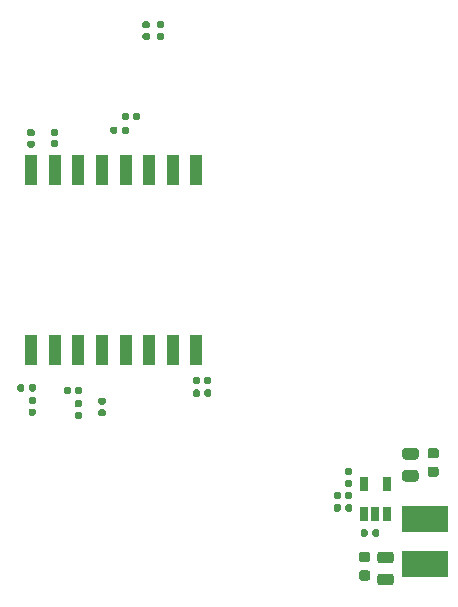
<source format=gtp>
G04 #@! TF.GenerationSoftware,KiCad,Pcbnew,(5.1.10)-1*
G04 #@! TF.CreationDate,2021-11-22T18:42:53+05:30*
G04 #@! TF.ProjectId,P-1000072_Cicada Wi-Fi,502d3130-3030-4303-9732-5f4369636164,0.1*
G04 #@! TF.SameCoordinates,PX7cee6c0PY3dfd240*
G04 #@! TF.FileFunction,Paste,Top*
G04 #@! TF.FilePolarity,Positive*
%FSLAX46Y46*%
G04 Gerber Fmt 4.6, Leading zero omitted, Abs format (unit mm)*
G04 Created by KiCad (PCBNEW (5.1.10)-1) date 2021-11-22 18:42:53*
%MOMM*%
%LPD*%
G01*
G04 APERTURE LIST*
%ADD10R,1.100000X2.600000*%
%ADD11R,3.900000X2.200000*%
%ADD12R,0.650000X1.220000*%
G04 APERTURE END LIST*
D10*
X-14220000Y-17110000D03*
X-12220000Y-17110000D03*
X-6220000Y-17110000D03*
X-4220000Y-32310000D03*
X-4220000Y-17110000D03*
X-2220000Y-32310000D03*
X-12220000Y-32310000D03*
X-16220000Y-17110000D03*
X-8220000Y-32310000D03*
X-10220000Y-17110000D03*
X-8220000Y-17110000D03*
X-6220000Y-32310000D03*
X-10220000Y-32310000D03*
X-2220000Y-17110000D03*
X-14220000Y-32310000D03*
X-16220000Y-32310000D03*
G36*
G01*
X-16413260Y-14581500D02*
X-16068260Y-14581500D01*
G75*
G02*
X-15920760Y-14729000I0J-147500D01*
G01*
X-15920760Y-15024000D01*
G75*
G02*
X-16068260Y-15171500I-147500J0D01*
G01*
X-16413260Y-15171500D01*
G75*
G02*
X-16560760Y-15024000I0J147500D01*
G01*
X-16560760Y-14729000D01*
G75*
G02*
X-16413260Y-14581500I147500J0D01*
G01*
G37*
G36*
G01*
X-16413260Y-13611500D02*
X-16068260Y-13611500D01*
G75*
G02*
X-15920760Y-13759000I0J-147500D01*
G01*
X-15920760Y-14054000D01*
G75*
G02*
X-16068260Y-14201500I-147500J0D01*
G01*
X-16413260Y-14201500D01*
G75*
G02*
X-16560760Y-14054000I0J147500D01*
G01*
X-16560760Y-13759000D01*
G75*
G02*
X-16413260Y-13611500I147500J0D01*
G01*
G37*
G36*
G01*
X-14424440Y-14546220D02*
X-14079440Y-14546220D01*
G75*
G02*
X-13931940Y-14693720I0J-147500D01*
G01*
X-13931940Y-14988720D01*
G75*
G02*
X-14079440Y-15136220I-147500J0D01*
G01*
X-14424440Y-15136220D01*
G75*
G02*
X-14571940Y-14988720I0J147500D01*
G01*
X-14571940Y-14693720D01*
G75*
G02*
X-14424440Y-14546220I147500J0D01*
G01*
G37*
G36*
G01*
X-14424440Y-13576220D02*
X-14079440Y-13576220D01*
G75*
G02*
X-13931940Y-13723720I0J-147500D01*
G01*
X-13931940Y-14018720D01*
G75*
G02*
X-14079440Y-14166220I-147500J0D01*
G01*
X-14424440Y-14166220D01*
G75*
G02*
X-14571940Y-14018720I0J147500D01*
G01*
X-14571940Y-13723720D01*
G75*
G02*
X-14424440Y-13576220I147500J0D01*
G01*
G37*
G36*
G01*
X-10390920Y-37322120D02*
X-10045920Y-37322120D01*
G75*
G02*
X-9898420Y-37469620I0J-147500D01*
G01*
X-9898420Y-37764620D01*
G75*
G02*
X-10045920Y-37912120I-147500J0D01*
G01*
X-10390920Y-37912120D01*
G75*
G02*
X-10538420Y-37764620I0J147500D01*
G01*
X-10538420Y-37469620D01*
G75*
G02*
X-10390920Y-37322120I147500J0D01*
G01*
G37*
G36*
G01*
X-10390920Y-36352120D02*
X-10045920Y-36352120D01*
G75*
G02*
X-9898420Y-36499620I0J-147500D01*
G01*
X-9898420Y-36794620D01*
G75*
G02*
X-10045920Y-36942120I-147500J0D01*
G01*
X-10390920Y-36942120D01*
G75*
G02*
X-10538420Y-36794620I0J147500D01*
G01*
X-10538420Y-36499620D01*
G75*
G02*
X-10390920Y-36352120I147500J0D01*
G01*
G37*
G36*
G01*
X-7944480Y-12375100D02*
X-7944480Y-12720100D01*
G75*
G02*
X-8091980Y-12867600I-147500J0D01*
G01*
X-8386980Y-12867600D01*
G75*
G02*
X-8534480Y-12720100I0J147500D01*
G01*
X-8534480Y-12375100D01*
G75*
G02*
X-8386980Y-12227600I147500J0D01*
G01*
X-8091980Y-12227600D01*
G75*
G02*
X-7944480Y-12375100I0J-147500D01*
G01*
G37*
G36*
G01*
X-6974480Y-12375100D02*
X-6974480Y-12720100D01*
G75*
G02*
X-7121980Y-12867600I-147500J0D01*
G01*
X-7416980Y-12867600D01*
G75*
G02*
X-7564480Y-12720100I0J147500D01*
G01*
X-7564480Y-12375100D01*
G75*
G02*
X-7416980Y-12227600I147500J0D01*
G01*
X-7121980Y-12227600D01*
G75*
G02*
X-6974480Y-12375100I0J-147500D01*
G01*
G37*
G36*
G01*
X-15948880Y-36899220D02*
X-16293880Y-36899220D01*
G75*
G02*
X-16441380Y-36751720I0J147500D01*
G01*
X-16441380Y-36456720D01*
G75*
G02*
X-16293880Y-36309220I147500J0D01*
G01*
X-15948880Y-36309220D01*
G75*
G02*
X-15801380Y-36456720I0J-147500D01*
G01*
X-15801380Y-36751720D01*
G75*
G02*
X-15948880Y-36899220I-147500J0D01*
G01*
G37*
G36*
G01*
X-15948880Y-37869220D02*
X-16293880Y-37869220D01*
G75*
G02*
X-16441380Y-37721720I0J147500D01*
G01*
X-16441380Y-37426720D01*
G75*
G02*
X-16293880Y-37279220I147500J0D01*
G01*
X-15948880Y-37279220D01*
G75*
G02*
X-15801380Y-37426720I0J-147500D01*
G01*
X-15801380Y-37721720D01*
G75*
G02*
X-15948880Y-37869220I-147500J0D01*
G01*
G37*
G36*
G01*
X-12397520Y-37543380D02*
X-12052520Y-37543380D01*
G75*
G02*
X-11905020Y-37690880I0J-147500D01*
G01*
X-11905020Y-37985880D01*
G75*
G02*
X-12052520Y-38133380I-147500J0D01*
G01*
X-12397520Y-38133380D01*
G75*
G02*
X-12545020Y-37985880I0J147500D01*
G01*
X-12545020Y-37690880D01*
G75*
G02*
X-12397520Y-37543380I147500J0D01*
G01*
G37*
G36*
G01*
X-12397520Y-36573380D02*
X-12052520Y-36573380D01*
G75*
G02*
X-11905020Y-36720880I0J-147500D01*
G01*
X-11905020Y-37015880D01*
G75*
G02*
X-12052520Y-37163380I-147500J0D01*
G01*
X-12397520Y-37163380D01*
G75*
G02*
X-12545020Y-37015880I0J147500D01*
G01*
X-12545020Y-36720880D01*
G75*
G02*
X-12397520Y-36573380I147500J0D01*
G01*
G37*
G36*
G01*
X-8534760Y-13883420D02*
X-8534760Y-13538420D01*
G75*
G02*
X-8387260Y-13390920I147500J0D01*
G01*
X-8092260Y-13390920D01*
G75*
G02*
X-7944760Y-13538420I0J-147500D01*
G01*
X-7944760Y-13883420D01*
G75*
G02*
X-8092260Y-14030920I-147500J0D01*
G01*
X-8387260Y-14030920D01*
G75*
G02*
X-8534760Y-13883420I0J147500D01*
G01*
G37*
G36*
G01*
X-9504760Y-13883420D02*
X-9504760Y-13538420D01*
G75*
G02*
X-9357260Y-13390920I147500J0D01*
G01*
X-9062260Y-13390920D01*
G75*
G02*
X-8914760Y-13538420I0J-147500D01*
G01*
X-8914760Y-13883420D01*
G75*
G02*
X-9062260Y-14030920I-147500J0D01*
G01*
X-9357260Y-14030920D01*
G75*
G02*
X-9504760Y-13883420I0J147500D01*
G01*
G37*
G36*
G01*
X-1935120Y-35796440D02*
X-1935120Y-36141440D01*
G75*
G02*
X-2082620Y-36288940I-147500J0D01*
G01*
X-2377620Y-36288940D01*
G75*
G02*
X-2525120Y-36141440I0J147500D01*
G01*
X-2525120Y-35796440D01*
G75*
G02*
X-2377620Y-35648940I147500J0D01*
G01*
X-2082620Y-35648940D01*
G75*
G02*
X-1935120Y-35796440I0J-147500D01*
G01*
G37*
G36*
G01*
X-965120Y-35796440D02*
X-965120Y-36141440D01*
G75*
G02*
X-1112620Y-36288940I-147500J0D01*
G01*
X-1407620Y-36288940D01*
G75*
G02*
X-1555120Y-36141440I0J147500D01*
G01*
X-1555120Y-35796440D01*
G75*
G02*
X-1407620Y-35648940I147500J0D01*
G01*
X-1112620Y-35648940D01*
G75*
G02*
X-965120Y-35796440I0J-147500D01*
G01*
G37*
G36*
G01*
X-1935120Y-34724560D02*
X-1935120Y-35069560D01*
G75*
G02*
X-2082620Y-35217060I-147500J0D01*
G01*
X-2377620Y-35217060D01*
G75*
G02*
X-2525120Y-35069560I0J147500D01*
G01*
X-2525120Y-34724560D01*
G75*
G02*
X-2377620Y-34577060I147500J0D01*
G01*
X-2082620Y-34577060D01*
G75*
G02*
X-1935120Y-34724560I0J-147500D01*
G01*
G37*
G36*
G01*
X-965120Y-34724560D02*
X-965120Y-35069560D01*
G75*
G02*
X-1112620Y-35217060I-147500J0D01*
G01*
X-1407620Y-35217060D01*
G75*
G02*
X-1555120Y-35069560I0J147500D01*
G01*
X-1555120Y-34724560D01*
G75*
G02*
X-1407620Y-34577060I147500J0D01*
G01*
X-1112620Y-34577060D01*
G75*
G02*
X-965120Y-34724560I0J-147500D01*
G01*
G37*
G36*
G01*
X-16411300Y-35679160D02*
X-16411300Y-35334160D01*
G75*
G02*
X-16263800Y-35186660I147500J0D01*
G01*
X-15968800Y-35186660D01*
G75*
G02*
X-15821300Y-35334160I0J-147500D01*
G01*
X-15821300Y-35679160D01*
G75*
G02*
X-15968800Y-35826660I-147500J0D01*
G01*
X-16263800Y-35826660D01*
G75*
G02*
X-16411300Y-35679160I0J147500D01*
G01*
G37*
G36*
G01*
X-17381300Y-35679160D02*
X-17381300Y-35334160D01*
G75*
G02*
X-17233800Y-35186660I147500J0D01*
G01*
X-16938800Y-35186660D01*
G75*
G02*
X-16791300Y-35334160I0J-147500D01*
G01*
X-16791300Y-35679160D01*
G75*
G02*
X-16938800Y-35826660I-147500J0D01*
G01*
X-17233800Y-35826660D01*
G75*
G02*
X-17381300Y-35679160I0J147500D01*
G01*
G37*
G36*
G01*
X-12479380Y-35920460D02*
X-12479380Y-35575460D01*
G75*
G02*
X-12331880Y-35427960I147500J0D01*
G01*
X-12036880Y-35427960D01*
G75*
G02*
X-11889380Y-35575460I0J-147500D01*
G01*
X-11889380Y-35920460D01*
G75*
G02*
X-12036880Y-36067960I-147500J0D01*
G01*
X-12331880Y-36067960D01*
G75*
G02*
X-12479380Y-35920460I0J147500D01*
G01*
G37*
G36*
G01*
X-13449380Y-35920460D02*
X-13449380Y-35575460D01*
G75*
G02*
X-13301880Y-35427960I147500J0D01*
G01*
X-13006880Y-35427960D01*
G75*
G02*
X-12859380Y-35575460I0J-147500D01*
G01*
X-12859380Y-35920460D01*
G75*
G02*
X-13006880Y-36067960I-147500J0D01*
G01*
X-13301880Y-36067960D01*
G75*
G02*
X-13449380Y-35920460I0J147500D01*
G01*
G37*
D11*
X17101820Y-50401380D03*
X17101820Y-46601380D03*
D12*
X11976020Y-43616880D03*
X13876020Y-43616880D03*
X13876020Y-46236880D03*
X12926020Y-46236880D03*
X11976020Y-46236880D03*
G36*
G01*
X10827800Y-42923820D02*
X10482800Y-42923820D01*
G75*
G02*
X10335300Y-42776320I0J147500D01*
G01*
X10335300Y-42481320D01*
G75*
G02*
X10482800Y-42333820I147500J0D01*
G01*
X10827800Y-42333820D01*
G75*
G02*
X10975300Y-42481320I0J-147500D01*
G01*
X10975300Y-42776320D01*
G75*
G02*
X10827800Y-42923820I-147500J0D01*
G01*
G37*
G36*
G01*
X10827800Y-43893820D02*
X10482800Y-43893820D01*
G75*
G02*
X10335300Y-43746320I0J147500D01*
G01*
X10335300Y-43451320D01*
G75*
G02*
X10482800Y-43303820I147500J0D01*
G01*
X10827800Y-43303820D01*
G75*
G02*
X10975300Y-43451320I0J-147500D01*
G01*
X10975300Y-43746320D01*
G75*
G02*
X10827800Y-43893820I-147500J0D01*
G01*
G37*
G36*
G01*
X10372860Y-44797760D02*
X10372860Y-44452760D01*
G75*
G02*
X10520360Y-44305260I147500J0D01*
G01*
X10815360Y-44305260D01*
G75*
G02*
X10962860Y-44452760I0J-147500D01*
G01*
X10962860Y-44797760D01*
G75*
G02*
X10815360Y-44945260I-147500J0D01*
G01*
X10520360Y-44945260D01*
G75*
G02*
X10372860Y-44797760I0J147500D01*
G01*
G37*
G36*
G01*
X9402860Y-44797760D02*
X9402860Y-44452760D01*
G75*
G02*
X9550360Y-44305260I147500J0D01*
G01*
X9845360Y-44305260D01*
G75*
G02*
X9992860Y-44452760I0J-147500D01*
G01*
X9992860Y-44797760D01*
G75*
G02*
X9845360Y-44945260I-147500J0D01*
G01*
X9550360Y-44945260D01*
G75*
G02*
X9402860Y-44797760I0J147500D01*
G01*
G37*
G36*
G01*
X12656460Y-47965140D02*
X12656460Y-47620140D01*
G75*
G02*
X12803960Y-47472640I147500J0D01*
G01*
X13098960Y-47472640D01*
G75*
G02*
X13246460Y-47620140I0J-147500D01*
G01*
X13246460Y-47965140D01*
G75*
G02*
X13098960Y-48112640I-147500J0D01*
G01*
X12803960Y-48112640D01*
G75*
G02*
X12656460Y-47965140I0J147500D01*
G01*
G37*
G36*
G01*
X11686460Y-47965140D02*
X11686460Y-47620140D01*
G75*
G02*
X11833960Y-47472640I147500J0D01*
G01*
X12128960Y-47472640D01*
G75*
G02*
X12276460Y-47620140I0J-147500D01*
G01*
X12276460Y-47965140D01*
G75*
G02*
X12128960Y-48112640I-147500J0D01*
G01*
X11833960Y-48112640D01*
G75*
G02*
X11686460Y-47965140I0J147500D01*
G01*
G37*
G36*
G01*
X14238290Y-50360400D02*
X13325790Y-50360400D01*
G75*
G02*
X13082040Y-50116650I0J243750D01*
G01*
X13082040Y-49629150D01*
G75*
G02*
X13325790Y-49385400I243750J0D01*
G01*
X14238290Y-49385400D01*
G75*
G02*
X14482040Y-49629150I0J-243750D01*
G01*
X14482040Y-50116650D01*
G75*
G02*
X14238290Y-50360400I-243750J0D01*
G01*
G37*
G36*
G01*
X14238290Y-52235400D02*
X13325790Y-52235400D01*
G75*
G02*
X13082040Y-51991650I0J243750D01*
G01*
X13082040Y-51504150D01*
G75*
G02*
X13325790Y-51260400I243750J0D01*
G01*
X14238290Y-51260400D01*
G75*
G02*
X14482040Y-51504150I0J-243750D01*
G01*
X14482040Y-51991650D01*
G75*
G02*
X14238290Y-52235400I-243750J0D01*
G01*
G37*
G36*
G01*
X12267910Y-50274640D02*
X11755410Y-50274640D01*
G75*
G02*
X11536660Y-50055890I0J218750D01*
G01*
X11536660Y-49618390D01*
G75*
G02*
X11755410Y-49399640I218750J0D01*
G01*
X12267910Y-49399640D01*
G75*
G02*
X12486660Y-49618390I0J-218750D01*
G01*
X12486660Y-50055890D01*
G75*
G02*
X12267910Y-50274640I-218750J0D01*
G01*
G37*
G36*
G01*
X12267910Y-51849640D02*
X11755410Y-51849640D01*
G75*
G02*
X11536660Y-51630890I0J218750D01*
G01*
X11536660Y-51193390D01*
G75*
G02*
X11755410Y-50974640I218750J0D01*
G01*
X12267910Y-50974640D01*
G75*
G02*
X12486660Y-51193390I0J-218750D01*
G01*
X12486660Y-51630890D01*
G75*
G02*
X12267910Y-51849640I-218750J0D01*
G01*
G37*
G36*
G01*
X10383160Y-45851860D02*
X10383160Y-45506860D01*
G75*
G02*
X10530660Y-45359360I147500J0D01*
G01*
X10825660Y-45359360D01*
G75*
G02*
X10973160Y-45506860I0J-147500D01*
G01*
X10973160Y-45851860D01*
G75*
G02*
X10825660Y-45999360I-147500J0D01*
G01*
X10530660Y-45999360D01*
G75*
G02*
X10383160Y-45851860I0J147500D01*
G01*
G37*
G36*
G01*
X9413160Y-45851860D02*
X9413160Y-45506860D01*
G75*
G02*
X9560660Y-45359360I147500J0D01*
G01*
X9855660Y-45359360D01*
G75*
G02*
X10003160Y-45506860I0J-147500D01*
G01*
X10003160Y-45851860D01*
G75*
G02*
X9855660Y-45999360I-147500J0D01*
G01*
X9560660Y-45999360D01*
G75*
G02*
X9413160Y-45851860I0J147500D01*
G01*
G37*
G36*
G01*
X15439070Y-42484700D02*
X16351570Y-42484700D01*
G75*
G02*
X16595320Y-42728450I0J-243750D01*
G01*
X16595320Y-43215950D01*
G75*
G02*
X16351570Y-43459700I-243750J0D01*
G01*
X15439070Y-43459700D01*
G75*
G02*
X15195320Y-43215950I0J243750D01*
G01*
X15195320Y-42728450D01*
G75*
G02*
X15439070Y-42484700I243750J0D01*
G01*
G37*
G36*
G01*
X15439070Y-40609700D02*
X16351570Y-40609700D01*
G75*
G02*
X16595320Y-40853450I0J-243750D01*
G01*
X16595320Y-41340950D01*
G75*
G02*
X16351570Y-41584700I-243750J0D01*
G01*
X15439070Y-41584700D01*
G75*
G02*
X15195320Y-41340950I0J243750D01*
G01*
X15195320Y-40853450D01*
G75*
G02*
X15439070Y-40609700I243750J0D01*
G01*
G37*
G36*
G01*
X17564390Y-42188880D02*
X18076890Y-42188880D01*
G75*
G02*
X18295640Y-42407630I0J-218750D01*
G01*
X18295640Y-42845130D01*
G75*
G02*
X18076890Y-43063880I-218750J0D01*
G01*
X17564390Y-43063880D01*
G75*
G02*
X17345640Y-42845130I0J218750D01*
G01*
X17345640Y-42407630D01*
G75*
G02*
X17564390Y-42188880I218750J0D01*
G01*
G37*
G36*
G01*
X17564390Y-40613880D02*
X18076890Y-40613880D01*
G75*
G02*
X18295640Y-40832630I0J-218750D01*
G01*
X18295640Y-41270130D01*
G75*
G02*
X18076890Y-41488880I-218750J0D01*
G01*
X17564390Y-41488880D01*
G75*
G02*
X17345640Y-41270130I0J218750D01*
G01*
X17345640Y-40832630D01*
G75*
G02*
X17564390Y-40613880I218750J0D01*
G01*
G37*
G36*
G01*
X-6304500Y-5083040D02*
X-6649500Y-5083040D01*
G75*
G02*
X-6797000Y-4935540I0J147500D01*
G01*
X-6797000Y-4640540D01*
G75*
G02*
X-6649500Y-4493040I147500J0D01*
G01*
X-6304500Y-4493040D01*
G75*
G02*
X-6157000Y-4640540I0J-147500D01*
G01*
X-6157000Y-4935540D01*
G75*
G02*
X-6304500Y-5083040I-147500J0D01*
G01*
G37*
G36*
G01*
X-6304500Y-6053040D02*
X-6649500Y-6053040D01*
G75*
G02*
X-6797000Y-5905540I0J147500D01*
G01*
X-6797000Y-5610540D01*
G75*
G02*
X-6649500Y-5463040I147500J0D01*
G01*
X-6304500Y-5463040D01*
G75*
G02*
X-6157000Y-5610540I0J-147500D01*
G01*
X-6157000Y-5905540D01*
G75*
G02*
X-6304500Y-6053040I-147500J0D01*
G01*
G37*
G36*
G01*
X-5105620Y-5070480D02*
X-5450620Y-5070480D01*
G75*
G02*
X-5598120Y-4922980I0J147500D01*
G01*
X-5598120Y-4627980D01*
G75*
G02*
X-5450620Y-4480480I147500J0D01*
G01*
X-5105620Y-4480480D01*
G75*
G02*
X-4958120Y-4627980I0J-147500D01*
G01*
X-4958120Y-4922980D01*
G75*
G02*
X-5105620Y-5070480I-147500J0D01*
G01*
G37*
G36*
G01*
X-5105620Y-6040480D02*
X-5450620Y-6040480D01*
G75*
G02*
X-5598120Y-5892980I0J147500D01*
G01*
X-5598120Y-5597980D01*
G75*
G02*
X-5450620Y-5450480I147500J0D01*
G01*
X-5105620Y-5450480D01*
G75*
G02*
X-4958120Y-5597980I0J-147500D01*
G01*
X-4958120Y-5892980D01*
G75*
G02*
X-5105620Y-6040480I-147500J0D01*
G01*
G37*
M02*

</source>
